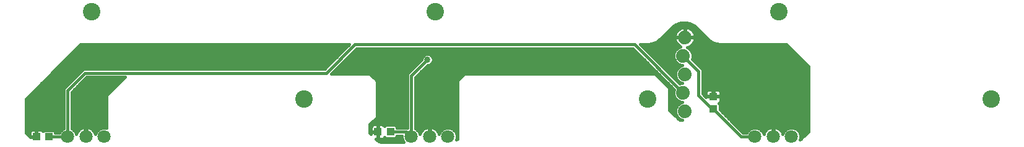
<source format=gtl>
G75*
%MOIN*%
%OFA0B0*%
%FSLAX24Y24*%
%IPPOS*%
%LPD*%
%AMOC8*
5,1,8,0,0,1.08239X$1,22.5*
%
%ADD10C,0.0709*%
%ADD11C,0.0945*%
%ADD12R,0.0394X0.0433*%
%ADD13R,0.0433X0.0394*%
%ADD14C,0.0740*%
%ADD15C,0.0160*%
%ADD16C,0.0337*%
D10*
X004762Y001086D03*
X005746Y001086D03*
X006730Y001086D03*
X023266Y001086D03*
X024250Y001086D03*
X025234Y001086D03*
X041770Y001086D03*
X042754Y001086D03*
X043738Y001086D03*
D11*
X035982Y003133D03*
X017478Y003133D03*
X024565Y007857D03*
X006061Y007857D03*
X043069Y007857D03*
X054486Y003133D03*
D12*
X022144Y001361D03*
X021474Y001361D03*
X003758Y001086D03*
X003089Y001086D03*
D13*
X039526Y002601D03*
X039526Y003271D03*
D14*
X037901Y003479D03*
X038001Y002479D03*
X038001Y004479D03*
X037901Y005479D03*
X038001Y006479D03*
D15*
X002743Y001067D02*
X002518Y001293D01*
X002518Y003133D01*
X005470Y006086D01*
X019923Y006086D01*
X018608Y004770D01*
X005615Y004770D01*
X004542Y003696D01*
X004542Y003514D01*
X004542Y001529D01*
X004482Y001505D01*
X004343Y001366D01*
X004318Y001306D01*
X004095Y001306D01*
X004095Y001360D01*
X004013Y001442D01*
X003503Y001442D01*
X003446Y001385D01*
X003429Y001413D01*
X003396Y001446D01*
X003355Y001470D01*
X003309Y001482D01*
X003107Y001482D01*
X003107Y001104D01*
X003070Y001104D01*
X003070Y001067D01*
X002743Y001067D01*
X002712Y001104D02*
X003070Y001104D01*
X003070Y001482D01*
X002868Y001482D01*
X002822Y001470D01*
X002781Y001446D01*
X002748Y001413D01*
X002724Y001372D01*
X002712Y001326D01*
X002712Y001104D01*
X002712Y001131D02*
X002679Y001131D01*
X002712Y001290D02*
X002521Y001290D01*
X002518Y001448D02*
X002784Y001448D01*
X003070Y001448D02*
X003107Y001448D01*
X003107Y001290D02*
X003070Y001290D01*
X003070Y001131D02*
X003107Y001131D01*
X003758Y001086D02*
X004762Y001086D01*
X004762Y003605D01*
X005707Y004550D01*
X018699Y004550D01*
X020234Y006086D01*
X035294Y006086D01*
X037901Y003479D01*
X037419Y003650D02*
X037391Y003581D01*
X037391Y003378D01*
X037468Y003190D01*
X037612Y003047D01*
X037799Y002969D01*
X037851Y002969D01*
X037712Y002912D01*
X037568Y002768D01*
X037491Y002581D01*
X037491Y002378D01*
X037568Y002190D01*
X037712Y002047D01*
X037862Y001985D01*
X037721Y001985D01*
X037163Y002542D01*
X037163Y003723D01*
X036376Y004511D01*
X026140Y004511D01*
X025746Y004117D01*
X025746Y000967D01*
X025702Y000924D01*
X025729Y000987D01*
X025729Y001184D01*
X025653Y001366D01*
X025514Y001505D01*
X025333Y001580D01*
X025136Y001580D01*
X024954Y001505D01*
X024815Y001366D01*
X024762Y001238D01*
X024745Y001291D01*
X024707Y001366D01*
X024657Y001434D01*
X024598Y001493D01*
X024530Y001543D01*
X024455Y001581D01*
X024375Y001607D01*
X024292Y001620D01*
X024288Y001620D01*
X024288Y001124D01*
X024212Y001124D01*
X024212Y001620D01*
X024208Y001620D01*
X024125Y001607D01*
X024045Y001581D01*
X023970Y001543D01*
X023902Y001493D01*
X023842Y001434D01*
X023793Y001366D01*
X023755Y001291D01*
X023738Y001238D01*
X023685Y001366D01*
X023546Y001505D01*
X023486Y001529D01*
X023486Y004301D01*
X025930Y004301D01*
X025771Y004143D02*
X023486Y004143D01*
X023486Y004301D02*
X024142Y004958D01*
X024201Y004958D01*
X024314Y005005D01*
X024401Y005092D01*
X024448Y005205D01*
X024448Y005328D01*
X024401Y005441D01*
X024314Y005528D01*
X024201Y005575D01*
X024078Y005575D01*
X023965Y005528D01*
X023878Y005441D01*
X023831Y005328D01*
X023831Y005269D01*
X023046Y004484D01*
X023046Y001581D01*
X022480Y001581D01*
X022480Y001636D01*
X022398Y001718D01*
X021889Y001718D01*
X021831Y001660D01*
X021815Y001688D01*
X021782Y001722D01*
X021741Y001745D01*
X021695Y001758D01*
X021493Y001758D01*
X021493Y001380D01*
X021456Y001380D01*
X021456Y001758D01*
X021254Y001758D01*
X021208Y001745D01*
X021167Y001722D01*
X021133Y001688D01*
X021110Y001647D01*
X021097Y001601D01*
X021097Y001380D01*
X021456Y001380D01*
X021456Y001343D01*
X021097Y001343D01*
X021097Y001217D01*
X021022Y001293D01*
X021022Y001755D01*
X021415Y002149D01*
X021415Y004117D01*
X021022Y004511D01*
X018971Y004511D01*
X020325Y005866D01*
X035203Y005866D01*
X037419Y003650D01*
X037402Y003667D02*
X037163Y003667D01*
X037163Y003509D02*
X037391Y003509D01*
X037402Y003350D02*
X037163Y003350D01*
X037163Y003192D02*
X037468Y003192D01*
X037645Y003033D02*
X037163Y003033D01*
X037163Y002875D02*
X037675Y002875D01*
X037547Y002716D02*
X037163Y002716D01*
X037163Y002558D02*
X037491Y002558D01*
X037491Y002399D02*
X037307Y002399D01*
X037465Y002241D02*
X037548Y002241D01*
X037624Y002082D02*
X037677Y002082D01*
X039882Y002556D02*
X039882Y002856D01*
X039825Y002914D01*
X039853Y002930D01*
X039886Y002963D01*
X039910Y003004D01*
X039922Y003050D01*
X039922Y003252D01*
X039544Y003252D01*
X039544Y003289D01*
X039922Y003289D01*
X039922Y003491D01*
X039910Y003537D01*
X039886Y003578D01*
X039853Y003611D01*
X039812Y003635D01*
X039766Y003647D01*
X039544Y003647D01*
X039544Y003289D01*
X039507Y003289D01*
X039507Y003252D01*
X039129Y003252D01*
X039129Y003250D01*
X038958Y003421D01*
X038958Y004733D01*
X038829Y004862D01*
X038382Y005309D01*
X038411Y005378D01*
X038411Y005581D01*
X038333Y005768D01*
X038190Y005912D01*
X038119Y005941D01*
X038130Y005943D01*
X038212Y005970D01*
X038289Y006009D01*
X038359Y006060D01*
X038420Y006121D01*
X038471Y006191D01*
X038510Y006268D01*
X038537Y006350D01*
X038551Y006436D01*
X038551Y006459D01*
X038021Y006459D01*
X038021Y006499D01*
X038551Y006499D01*
X038551Y006522D01*
X038537Y006608D01*
X038510Y006690D01*
X038471Y006767D01*
X038420Y006838D01*
X038359Y006899D01*
X038289Y006950D01*
X038212Y006989D01*
X038130Y007016D01*
X038044Y007029D01*
X038021Y007029D01*
X038021Y006499D01*
X037981Y006499D01*
X037981Y007029D01*
X037957Y007029D01*
X037872Y007016D01*
X037790Y006989D01*
X037712Y006950D01*
X037642Y006899D01*
X037581Y006838D01*
X037530Y006767D01*
X037491Y006690D01*
X037464Y006608D01*
X037451Y006522D01*
X037451Y006499D01*
X037981Y006499D01*
X037981Y006459D01*
X037451Y006459D01*
X037451Y006436D01*
X037464Y006350D01*
X037491Y006268D01*
X037530Y006191D01*
X037581Y006121D01*
X037642Y006060D01*
X037712Y006009D01*
X037773Y005978D01*
X037612Y005912D01*
X037468Y005768D01*
X037437Y005692D01*
X035999Y005692D01*
X035606Y006086D01*
X035887Y006086D01*
X036041Y006096D01*
X036192Y006126D01*
X036339Y006175D01*
X036477Y006244D01*
X036606Y006330D01*
X036722Y006431D01*
X037279Y006988D01*
X037392Y007085D01*
X037519Y007163D01*
X037657Y007220D01*
X037802Y007255D01*
X037951Y007267D01*
X038099Y007255D01*
X038244Y007220D01*
X038382Y007163D01*
X038509Y007085D01*
X038623Y006988D01*
X039180Y006431D01*
X039296Y006330D01*
X039424Y006244D01*
X039563Y006175D01*
X039709Y006126D01*
X039861Y006096D01*
X040015Y006086D01*
X040313Y006086D01*
X040313Y005692D01*
X038365Y005692D01*
X038333Y005768D01*
X038190Y005912D01*
X038119Y005941D01*
X038130Y005943D01*
X038212Y005970D01*
X038289Y006009D01*
X038359Y006060D01*
X038385Y006086D01*
X043463Y006086D01*
X044644Y004904D01*
X044644Y001361D01*
X044206Y000924D01*
X044232Y000987D01*
X044232Y001184D01*
X044157Y001366D01*
X044018Y001505D01*
X043836Y001580D01*
X043640Y001580D01*
X043458Y001505D01*
X043319Y001366D01*
X043266Y001238D01*
X043249Y001291D01*
X043211Y001366D01*
X043161Y001434D01*
X043102Y001493D01*
X043034Y001543D01*
X042959Y001581D01*
X042879Y001607D01*
X042796Y001620D01*
X042792Y001620D01*
X042792Y001124D01*
X042716Y001124D01*
X042716Y001620D01*
X042712Y001620D01*
X042629Y001607D01*
X042549Y001581D01*
X042474Y001543D01*
X042406Y001493D01*
X042346Y001434D01*
X042297Y001366D01*
X042259Y001291D01*
X042242Y001238D01*
X042189Y001366D01*
X042050Y001505D01*
X041868Y001580D01*
X041671Y001580D01*
X041490Y001505D01*
X041351Y001366D01*
X041326Y001306D01*
X041132Y001306D01*
X039882Y002556D01*
X039882Y002558D02*
X044644Y002558D01*
X044644Y002399D02*
X040039Y002399D01*
X040197Y002241D02*
X044644Y002241D01*
X044644Y002082D02*
X040356Y002082D01*
X040514Y001924D02*
X044644Y001924D01*
X044644Y001765D02*
X040673Y001765D01*
X040831Y001607D02*
X042628Y001607D01*
X042716Y001607D02*
X042792Y001607D01*
X042880Y001607D02*
X044644Y001607D01*
X044644Y001448D02*
X044075Y001448D01*
X044189Y001290D02*
X044572Y001290D01*
X044414Y001131D02*
X044232Y001131D01*
X044226Y000973D02*
X044255Y000973D01*
X042792Y001131D02*
X042716Y001131D01*
X042716Y001290D02*
X042792Y001290D01*
X042792Y001448D02*
X042716Y001448D01*
X042361Y001448D02*
X042106Y001448D01*
X042220Y001290D02*
X042258Y001290D01*
X043147Y001448D02*
X043402Y001448D01*
X043288Y001290D02*
X043249Y001290D01*
X041770Y001086D02*
X041041Y001086D01*
X039526Y002601D01*
X039466Y002601D01*
X038738Y003330D01*
X038738Y004642D01*
X037901Y005479D01*
X038411Y005411D02*
X044138Y005411D01*
X043979Y005569D02*
X038411Y005569D01*
X038350Y005728D02*
X040313Y005728D01*
X040313Y005886D02*
X038215Y005886D01*
X043662Y005886D01*
X043821Y005728D02*
X038350Y005728D01*
X037773Y005978D02*
X037612Y005912D01*
X037468Y005768D01*
X037391Y005581D01*
X037391Y005378D01*
X037468Y005190D01*
X037612Y005047D01*
X037799Y004969D01*
X037851Y004969D01*
X037712Y004912D01*
X037568Y004768D01*
X037491Y004581D01*
X037491Y004378D01*
X037568Y004190D01*
X037712Y004047D01*
X037851Y003989D01*
X037799Y003989D01*
X037730Y003961D01*
X035606Y006086D01*
X037617Y006086D01*
X037642Y006060D01*
X037712Y006009D01*
X037773Y005978D01*
X037663Y006045D02*
X035647Y006045D01*
X037663Y006045D01*
X037524Y006203D02*
X036395Y006203D01*
X036642Y006362D02*
X037463Y006362D01*
X038477Y006203D02*
X039507Y006203D01*
X039259Y006362D02*
X038539Y006362D01*
X038551Y006520D02*
X039091Y006520D01*
X038933Y006679D02*
X038514Y006679D01*
X038021Y006679D02*
X037981Y006679D01*
X037981Y006520D02*
X038021Y006520D01*
X037487Y006679D02*
X036969Y006679D01*
X036810Y006520D02*
X037451Y006520D01*
X037581Y006837D02*
X037127Y006837D01*
X037287Y006996D02*
X037810Y006996D01*
X037981Y006996D02*
X038021Y006996D01*
X038021Y006837D02*
X037981Y006837D01*
X038192Y006996D02*
X038614Y006996D01*
X038774Y006837D02*
X038421Y006837D01*
X038397Y007154D02*
X037505Y007154D01*
X038338Y006045D02*
X040313Y006045D01*
X038338Y006045D02*
X043504Y006045D01*
X044296Y005252D02*
X038439Y005252D01*
X038598Y005094D02*
X044455Y005094D01*
X044613Y004935D02*
X038756Y004935D01*
X038915Y004777D02*
X044644Y004777D01*
X044644Y004618D02*
X038958Y004618D01*
X038958Y004460D02*
X044644Y004460D01*
X044644Y004301D02*
X038958Y004301D01*
X038958Y004143D02*
X044644Y004143D01*
X044644Y003984D02*
X038958Y003984D01*
X038958Y003826D02*
X044644Y003826D01*
X044644Y003667D02*
X038958Y003667D01*
X038958Y003509D02*
X039134Y003509D01*
X039129Y003491D02*
X039129Y003289D01*
X039507Y003289D01*
X039507Y003647D01*
X039285Y003647D01*
X039240Y003635D01*
X039198Y003611D01*
X039165Y003578D01*
X039141Y003537D01*
X039129Y003491D01*
X039507Y003509D02*
X039544Y003509D01*
X039917Y003509D02*
X044644Y003509D01*
X044644Y003350D02*
X039922Y003350D01*
X039922Y003192D02*
X044644Y003192D01*
X044644Y003033D02*
X039918Y003033D01*
X039864Y002875D02*
X044644Y002875D01*
X044644Y002716D02*
X039882Y002716D01*
X039544Y003350D02*
X039507Y003350D01*
X039129Y003350D02*
X039029Y003350D01*
X037243Y003826D02*
X037061Y003826D01*
X037085Y003984D02*
X036903Y003984D01*
X037707Y003984D02*
X037787Y003984D01*
X037616Y004143D02*
X037549Y004143D01*
X037523Y004301D02*
X037390Y004301D01*
X037491Y004460D02*
X037232Y004460D01*
X036768Y004301D02*
X036586Y004301D01*
X036609Y004460D02*
X036427Y004460D01*
X036451Y004618D02*
X023802Y004618D01*
X023961Y004777D02*
X036292Y004777D01*
X036915Y004777D02*
X037577Y004777D01*
X037506Y004618D02*
X037073Y004618D01*
X036756Y004935D02*
X037768Y004935D01*
X037565Y005094D02*
X036598Y005094D01*
X036439Y005252D02*
X037443Y005252D01*
X037391Y005411D02*
X036281Y005411D01*
X036122Y005569D02*
X037391Y005569D01*
X037452Y005728D02*
X035964Y005728D01*
X037452Y005728D01*
X037586Y005886D02*
X035805Y005886D01*
X037586Y005886D01*
X035658Y005411D02*
X024414Y005411D01*
X024216Y005569D02*
X035500Y005569D01*
X035341Y005728D02*
X020187Y005728D01*
X019724Y005886D02*
X005271Y005886D01*
X005112Y005728D02*
X019565Y005728D01*
X019407Y005569D02*
X004954Y005569D01*
X004795Y005411D02*
X019248Y005411D01*
X019870Y005411D02*
X023865Y005411D01*
X024064Y005569D02*
X020029Y005569D01*
X019712Y005252D02*
X023814Y005252D01*
X023655Y005094D02*
X019553Y005094D01*
X019395Y004935D02*
X023497Y004935D01*
X024119Y004935D02*
X036134Y004935D01*
X035975Y005094D02*
X024402Y005094D01*
X024448Y005252D02*
X035817Y005252D01*
X036744Y004143D02*
X036926Y004143D01*
X026088Y004460D02*
X023644Y004460D01*
X023266Y004393D02*
X023266Y001086D01*
X022990Y001361D01*
X022144Y001361D01*
X021493Y001343D02*
X021493Y000965D01*
X021695Y000965D01*
X021741Y000977D01*
X021782Y001001D01*
X021815Y001034D01*
X021831Y001062D01*
X021889Y001005D01*
X022398Y001005D01*
X022480Y001087D01*
X022480Y001141D01*
X022771Y001141D01*
X022771Y000987D01*
X022847Y000805D01*
X022848Y000804D01*
X021741Y000804D01*
X021669Y000808D01*
X021528Y000846D01*
X021402Y000919D01*
X021350Y000965D01*
X021456Y000965D01*
X021456Y001343D01*
X021493Y001343D01*
X021493Y001290D02*
X021456Y001290D01*
X021456Y001448D02*
X021493Y001448D01*
X021097Y001448D02*
X021022Y001448D01*
X021025Y001290D02*
X021097Y001290D01*
X021456Y001131D02*
X021493Y001131D01*
X021493Y000973D02*
X021456Y000973D01*
X021648Y000814D02*
X022843Y000814D01*
X022777Y000973D02*
X021725Y000973D01*
X022480Y001131D02*
X022771Y001131D01*
X023602Y001448D02*
X023857Y001448D01*
X023754Y001290D02*
X023716Y001290D01*
X024212Y001290D02*
X024288Y001290D01*
X024288Y001448D02*
X024212Y001448D01*
X024643Y001448D02*
X024898Y001448D01*
X024784Y001290D02*
X024745Y001290D01*
X024288Y001131D02*
X024212Y001131D01*
X025571Y001448D02*
X025746Y001448D01*
X025746Y001290D02*
X025685Y001290D01*
X025729Y001131D02*
X025746Y001131D01*
X025746Y000973D02*
X025722Y000973D01*
X025746Y001607D02*
X024376Y001607D01*
X024288Y001607D02*
X024212Y001607D01*
X024124Y001607D02*
X023486Y001607D01*
X023486Y001765D02*
X025746Y001765D01*
X025746Y001924D02*
X023486Y001924D01*
X023486Y002082D02*
X025746Y002082D01*
X025746Y002241D02*
X023486Y002241D01*
X023486Y002399D02*
X025746Y002399D01*
X025746Y002558D02*
X023486Y002558D01*
X023046Y002558D02*
X021415Y002558D01*
X021415Y002399D02*
X023046Y002399D01*
X023046Y002241D02*
X021415Y002241D01*
X021349Y002082D02*
X023046Y002082D01*
X023046Y001924D02*
X021190Y001924D01*
X021032Y001765D02*
X023046Y001765D01*
X023046Y001607D02*
X022480Y001607D01*
X021493Y001607D02*
X021456Y001607D01*
X021099Y001607D02*
X021022Y001607D01*
X021415Y002716D02*
X023046Y002716D01*
X023046Y002875D02*
X021415Y002875D01*
X021415Y003033D02*
X023046Y003033D01*
X023046Y003192D02*
X021415Y003192D01*
X021415Y003350D02*
X023046Y003350D01*
X023486Y003350D02*
X025746Y003350D01*
X025746Y003192D02*
X023486Y003192D01*
X023486Y003033D02*
X025746Y003033D01*
X025746Y002875D02*
X023486Y002875D01*
X023486Y002716D02*
X025746Y002716D01*
X025746Y003509D02*
X023486Y003509D01*
X023486Y003667D02*
X025746Y003667D01*
X025746Y003826D02*
X023486Y003826D01*
X023486Y003984D02*
X025746Y003984D01*
X024140Y005267D02*
X023266Y004393D01*
X023046Y004460D02*
X021073Y004460D01*
X021231Y004301D02*
X023046Y004301D01*
X023046Y004143D02*
X021390Y004143D01*
X021415Y003984D02*
X023046Y003984D01*
X023046Y003826D02*
X021415Y003826D01*
X021415Y003667D02*
X023046Y003667D01*
X023046Y003509D02*
X021415Y003509D01*
X023180Y004618D02*
X019078Y004618D01*
X019236Y004777D02*
X023338Y004777D01*
X019090Y005252D02*
X004637Y005252D01*
X004478Y005094D02*
X018931Y005094D01*
X018773Y004935D02*
X004320Y004935D01*
X004161Y004777D02*
X018614Y004777D01*
X019882Y006045D02*
X005429Y006045D01*
X005463Y004618D02*
X004003Y004618D01*
X003844Y004460D02*
X005305Y004460D01*
X005146Y004301D02*
X003686Y004301D01*
X003527Y004143D02*
X004988Y004143D01*
X005610Y004143D02*
X007661Y004143D01*
X007820Y004301D02*
X005769Y004301D01*
X005798Y004330D02*
X007849Y004330D01*
X006848Y003330D01*
X006848Y001572D01*
X006829Y001580D01*
X006632Y001580D01*
X006450Y001505D01*
X006311Y001366D01*
X006258Y001238D01*
X006241Y001291D01*
X006203Y001366D01*
X006154Y001434D01*
X006094Y001493D01*
X006026Y001543D01*
X005951Y001581D01*
X005871Y001607D01*
X005788Y001620D01*
X005784Y001620D01*
X005784Y001124D01*
X005708Y001124D01*
X005708Y001620D01*
X005704Y001620D01*
X005621Y001607D01*
X005541Y001581D01*
X005466Y001543D01*
X005398Y001493D01*
X005338Y001434D01*
X005289Y001366D01*
X005251Y001291D01*
X005234Y001238D01*
X005181Y001366D01*
X005042Y001505D01*
X004982Y001529D01*
X004982Y003514D01*
X005798Y004330D01*
X005452Y003984D02*
X007503Y003984D01*
X007344Y003826D02*
X005293Y003826D01*
X004829Y003984D02*
X003369Y003984D01*
X003210Y003826D02*
X004671Y003826D01*
X004542Y003667D02*
X003052Y003667D01*
X002893Y003509D02*
X004542Y003509D01*
X004982Y003509D02*
X007027Y003509D01*
X007186Y003667D02*
X005135Y003667D01*
X004982Y003350D02*
X006869Y003350D01*
X006848Y003192D02*
X004982Y003192D01*
X004982Y003033D02*
X006848Y003033D01*
X006848Y002875D02*
X004982Y002875D01*
X004982Y002716D02*
X006848Y002716D01*
X006848Y002558D02*
X004982Y002558D01*
X004982Y002399D02*
X006848Y002399D01*
X006848Y002241D02*
X004982Y002241D01*
X004542Y002241D02*
X002518Y002241D01*
X002518Y002399D02*
X004542Y002399D01*
X004542Y002558D02*
X002518Y002558D01*
X002518Y002716D02*
X004542Y002716D01*
X004542Y002875D02*
X002518Y002875D01*
X002518Y003033D02*
X004542Y003033D01*
X004542Y003192D02*
X002576Y003192D01*
X002735Y003350D02*
X004542Y003350D01*
X004542Y002082D02*
X002518Y002082D01*
X002518Y001924D02*
X004542Y001924D01*
X004982Y001924D02*
X006848Y001924D01*
X006848Y002082D02*
X004982Y002082D01*
X004982Y001765D02*
X006848Y001765D01*
X006848Y001607D02*
X005872Y001607D01*
X005784Y001607D02*
X005708Y001607D01*
X005620Y001607D02*
X004982Y001607D01*
X004542Y001607D02*
X002518Y001607D01*
X002518Y001765D02*
X004542Y001765D01*
X004425Y001448D02*
X003393Y001448D01*
X005098Y001448D02*
X005353Y001448D01*
X005250Y001290D02*
X005212Y001290D01*
X005708Y001290D02*
X005784Y001290D01*
X005784Y001448D02*
X005708Y001448D01*
X006139Y001448D02*
X006394Y001448D01*
X006280Y001290D02*
X006242Y001290D01*
X005784Y001131D02*
X005708Y001131D01*
X040990Y001448D02*
X041433Y001448D01*
D16*
X041100Y001755D03*
X042281Y001755D03*
X043108Y001755D03*
X044447Y001519D03*
X042675Y002975D03*
X044250Y003330D03*
X040707Y002975D03*
X040707Y004511D03*
X042675Y004511D03*
X044250Y004904D03*
X043463Y005692D03*
X041100Y005692D03*
X038738Y005692D03*
X037163Y006086D03*
X036376Y005692D03*
X035195Y005692D03*
X034407Y005692D03*
X031652Y005692D03*
X028502Y005692D03*
X025352Y005692D03*
X024140Y005267D03*
X022203Y005692D03*
X020628Y005692D03*
X019053Y005692D03*
X016297Y005298D03*
X013541Y005692D03*
X010785Y005298D03*
X008029Y005692D03*
X005274Y005692D03*
X004092Y004511D03*
X006061Y004117D03*
X005274Y003330D03*
X002911Y003330D03*
X006061Y002542D03*
X002911Y002149D03*
X004092Y001755D03*
X005274Y001755D03*
X021809Y002542D03*
X022596Y002149D03*
X023777Y002149D03*
X024565Y002542D03*
X023777Y003330D03*
X022596Y003330D03*
X021809Y004117D03*
X024565Y004117D03*
M02*

</source>
